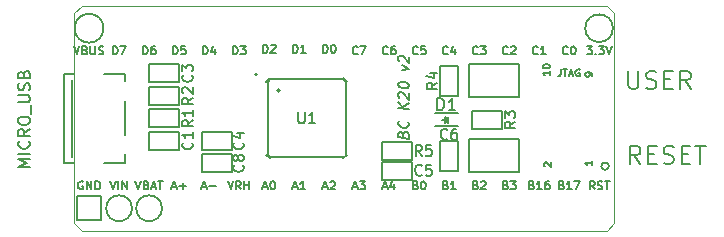
<source format=gto>
G04 #@! TF.FileFunction,Legend,Top*
%FSLAX46Y46*%
G04 Gerber Fmt 4.6, Leading zero omitted, Abs format (unit mm)*
G04 Created by KiCad (PCBNEW 4.0.0-stable) date 03/01/2016 13:37:16*
%MOMM*%
G01*
G04 APERTURE LIST*
%ADD10C,0.150000*%
%ADD11C,0.149860*%
%ADD12C,0.101600*%
%ADD13C,0.203200*%
%ADD14C,0.198120*%
%ADD15C,0.190500*%
%ADD16C,0.127000*%
%ADD17C,0.152400*%
G04 APERTURE END LIST*
D10*
D11*
X13020001Y4193333D02*
X13253334Y3493333D01*
X13486667Y4193333D01*
X14120001Y3493333D02*
X13886667Y3826667D01*
X13720001Y3493333D02*
X13720001Y4193333D01*
X13986667Y4193333D01*
X14053334Y4160000D01*
X14086667Y4126667D01*
X14120001Y4060000D01*
X14120001Y3960000D01*
X14086667Y3893333D01*
X14053334Y3860000D01*
X13986667Y3826667D01*
X13720001Y3826667D01*
X14420001Y3493333D02*
X14420001Y4193333D01*
X14420001Y3860000D02*
X14820001Y3860000D01*
X14820001Y3493333D02*
X14820001Y4193333D01*
X7442495Y1905000D02*
G75*
G03X7442495Y1905000I-1092495J0D01*
G01*
X-13333Y15623333D02*
X220000Y14923333D01*
X453333Y15623333D01*
X920000Y15290000D02*
X1020000Y15256667D01*
X1053333Y15223333D01*
X1086667Y15156667D01*
X1086667Y15056667D01*
X1053333Y14990000D01*
X1020000Y14956667D01*
X953333Y14923333D01*
X686667Y14923333D01*
X686667Y15623333D01*
X920000Y15623333D01*
X986667Y15590000D01*
X1020000Y15556667D01*
X1053333Y15490000D01*
X1053333Y15423333D01*
X1020000Y15356667D01*
X986667Y15323333D01*
X920000Y15290000D01*
X686667Y15290000D01*
X1386667Y15623333D02*
X1386667Y15056667D01*
X1420000Y14990000D01*
X1453333Y14956667D01*
X1520000Y14923333D01*
X1653333Y14923333D01*
X1720000Y14956667D01*
X1753333Y14990000D01*
X1786667Y15056667D01*
X1786667Y15623333D01*
X2086666Y14956667D02*
X2186666Y14923333D01*
X2353333Y14923333D01*
X2420000Y14956667D01*
X2453333Y14990000D01*
X2486666Y15056667D01*
X2486666Y15123333D01*
X2453333Y15190000D01*
X2420000Y15223333D01*
X2353333Y15256667D01*
X2220000Y15290000D01*
X2153333Y15323333D01*
X2120000Y15356667D01*
X2086666Y15423333D01*
X2086666Y15490000D01*
X2120000Y15556667D01*
X2153333Y15590000D01*
X2220000Y15623333D01*
X2386666Y15623333D01*
X2486666Y15590000D01*
X8290000Y3693333D02*
X8623334Y3693333D01*
X8223334Y3493333D02*
X8456667Y4193333D01*
X8690000Y3493333D01*
X8923334Y3760000D02*
X9456667Y3760000D01*
X9190000Y3493333D02*
X9190000Y4026667D01*
X4902495Y1905000D02*
G75*
G03X4902495Y1905000I-1092495J0D01*
G01*
X254000Y889000D02*
X254000Y2921000D01*
X2286000Y889000D02*
X254000Y889000D01*
X2286000Y2921000D02*
X2286000Y889000D01*
X254000Y2921000D02*
X2286000Y2921000D01*
X2491843Y17145000D02*
G75*
G03X2491843Y17145000I-1221843J0D01*
G01*
X3043334Y4193333D02*
X3276667Y3493333D01*
X3510000Y4193333D01*
X3743334Y3493333D02*
X3743334Y4193333D01*
X4076667Y3493333D02*
X4076667Y4193333D01*
X4476667Y3493333D01*
X4476667Y4193333D01*
D12*
X635000Y0D02*
X45085000Y0D01*
X635000Y19050000D02*
X45085000Y19050000D01*
X45720000Y635000D02*
X45085000Y0D01*
X45720000Y18415000D02*
X45720000Y635000D01*
X45085000Y19050000D02*
X45720000Y18415000D01*
X0Y18415000D02*
X635000Y19050000D01*
X0Y635000D02*
X0Y18415000D01*
X635000Y0D02*
X0Y635000D01*
D11*
X44066667Y3493333D02*
X43833333Y3826667D01*
X43666667Y3493333D02*
X43666667Y4193333D01*
X43933333Y4193333D01*
X44000000Y4160000D01*
X44033333Y4126667D01*
X44066667Y4060000D01*
X44066667Y3960000D01*
X44033333Y3893333D01*
X44000000Y3860000D01*
X43933333Y3826667D01*
X43666667Y3826667D01*
X44333333Y3526667D02*
X44433333Y3493333D01*
X44600000Y3493333D01*
X44666667Y3526667D01*
X44700000Y3560000D01*
X44733333Y3626667D01*
X44733333Y3693333D01*
X44700000Y3760000D01*
X44666667Y3793333D01*
X44600000Y3826667D01*
X44466667Y3860000D01*
X44400000Y3893333D01*
X44366667Y3926667D01*
X44333333Y3993333D01*
X44333333Y4060000D01*
X44366667Y4126667D01*
X44400000Y4160000D01*
X44466667Y4193333D01*
X44633333Y4193333D01*
X44733333Y4160000D01*
X44933334Y4193333D02*
X45333334Y4193333D01*
X45133334Y3493333D02*
X45133334Y4193333D01*
X5200001Y4193333D02*
X5433334Y3493333D01*
X5666667Y4193333D01*
X6133334Y3860000D02*
X6233334Y3826667D01*
X6266667Y3793333D01*
X6300001Y3726667D01*
X6300001Y3626667D01*
X6266667Y3560000D01*
X6233334Y3526667D01*
X6166667Y3493333D01*
X5900001Y3493333D01*
X5900001Y4193333D01*
X6133334Y4193333D01*
X6200001Y4160000D01*
X6233334Y4126667D01*
X6266667Y4060000D01*
X6266667Y3993333D01*
X6233334Y3926667D01*
X6200001Y3893333D01*
X6133334Y3860000D01*
X5900001Y3860000D01*
X6566667Y3693333D02*
X6900001Y3693333D01*
X6500001Y3493333D02*
X6733334Y4193333D01*
X6966667Y3493333D01*
X7100001Y4193333D02*
X7500001Y4193333D01*
X7300001Y3493333D02*
X7300001Y4193333D01*
X16010000Y3693333D02*
X16343334Y3693333D01*
X15943334Y3493333D02*
X16176667Y4193333D01*
X16410000Y3493333D01*
X16776667Y4193333D02*
X16843334Y4193333D01*
X16910000Y4160000D01*
X16943334Y4126667D01*
X16976667Y4060000D01*
X17010000Y3926667D01*
X17010000Y3760000D01*
X16976667Y3626667D01*
X16943334Y3560000D01*
X16910000Y3526667D01*
X16843334Y3493333D01*
X16776667Y3493333D01*
X16710000Y3526667D01*
X16676667Y3560000D01*
X16643334Y3626667D01*
X16610000Y3760000D01*
X16610000Y3926667D01*
X16643334Y4060000D01*
X16676667Y4126667D01*
X16710000Y4160000D01*
X16776667Y4193333D01*
X23630000Y3693333D02*
X23963334Y3693333D01*
X23563334Y3493333D02*
X23796667Y4193333D01*
X24030000Y3493333D01*
X24196667Y4193333D02*
X24630000Y4193333D01*
X24396667Y3926667D01*
X24496667Y3926667D01*
X24563334Y3893333D01*
X24596667Y3860000D01*
X24630000Y3793333D01*
X24630000Y3626667D01*
X24596667Y3560000D01*
X24563334Y3526667D01*
X24496667Y3493333D01*
X24296667Y3493333D01*
X24230000Y3526667D01*
X24196667Y3560000D01*
X736667Y4160000D02*
X670001Y4193333D01*
X570001Y4193333D01*
X470001Y4160000D01*
X403334Y4093333D01*
X370001Y4026667D01*
X336667Y3893333D01*
X336667Y3793333D01*
X370001Y3660000D01*
X403334Y3593333D01*
X470001Y3526667D01*
X570001Y3493333D01*
X636667Y3493333D01*
X736667Y3526667D01*
X770001Y3560000D01*
X770001Y3793333D01*
X636667Y3793333D01*
X1070001Y3493333D02*
X1070001Y4193333D01*
X1470001Y3493333D01*
X1470001Y4193333D01*
X1803334Y3493333D02*
X1803334Y4193333D01*
X1970000Y4193333D01*
X2070000Y4160000D01*
X2136667Y4093333D01*
X2170000Y4026667D01*
X2203334Y3893333D01*
X2203334Y3793333D01*
X2170000Y3660000D01*
X2136667Y3593333D01*
X2070000Y3526667D01*
X1970000Y3493333D01*
X1803334Y3493333D01*
X43416667Y15623333D02*
X43850000Y15623333D01*
X43616667Y15356667D01*
X43716667Y15356667D01*
X43783334Y15323333D01*
X43816667Y15290000D01*
X43850000Y15223333D01*
X43850000Y15056667D01*
X43816667Y14990000D01*
X43783334Y14956667D01*
X43716667Y14923333D01*
X43516667Y14923333D01*
X43450000Y14956667D01*
X43416667Y14990000D01*
X44150001Y14990000D02*
X44183334Y14956667D01*
X44150001Y14923333D01*
X44116667Y14956667D01*
X44150001Y14990000D01*
X44150001Y14923333D01*
X44416667Y15623333D02*
X44850000Y15623333D01*
X44616667Y15356667D01*
X44716667Y15356667D01*
X44783334Y15323333D01*
X44816667Y15290000D01*
X44850000Y15223333D01*
X44850000Y15056667D01*
X44816667Y14990000D01*
X44783334Y14956667D01*
X44716667Y14923333D01*
X44516667Y14923333D01*
X44450000Y14956667D01*
X44416667Y14990000D01*
X45050001Y15623333D02*
X45283334Y14923333D01*
X45516667Y15623333D01*
X34006667Y3860000D02*
X34106667Y3826667D01*
X34140000Y3793333D01*
X34173334Y3726667D01*
X34173334Y3626667D01*
X34140000Y3560000D01*
X34106667Y3526667D01*
X34040000Y3493333D01*
X33773334Y3493333D01*
X33773334Y4193333D01*
X34006667Y4193333D01*
X34073334Y4160000D01*
X34106667Y4126667D01*
X34140000Y4060000D01*
X34140000Y3993333D01*
X34106667Y3926667D01*
X34073334Y3893333D01*
X34006667Y3860000D01*
X33773334Y3860000D01*
X34440000Y4126667D02*
X34473334Y4160000D01*
X34540000Y4193333D01*
X34706667Y4193333D01*
X34773334Y4160000D01*
X34806667Y4126667D01*
X34840000Y4060000D01*
X34840000Y3993333D01*
X34806667Y3893333D01*
X34406667Y3493333D01*
X34840000Y3493333D01*
X10830000Y3693333D02*
X11163334Y3693333D01*
X10763334Y3493333D02*
X10996667Y4193333D01*
X11230000Y3493333D01*
X11463334Y3760000D02*
X11996667Y3760000D01*
X39253334Y14990000D02*
X39220000Y14956667D01*
X39120000Y14923333D01*
X39053334Y14923333D01*
X38953334Y14956667D01*
X38886667Y15023333D01*
X38853334Y15090000D01*
X38820000Y15223333D01*
X38820000Y15323333D01*
X38853334Y15456667D01*
X38886667Y15523333D01*
X38953334Y15590000D01*
X39053334Y15623333D01*
X39120000Y15623333D01*
X39220000Y15590000D01*
X39253334Y15556667D01*
X39920000Y14923333D02*
X39520000Y14923333D01*
X39720000Y14923333D02*
X39720000Y15623333D01*
X39653334Y15523333D01*
X39586667Y15456667D01*
X39520000Y15423333D01*
X41293333Y3860000D02*
X41393333Y3826667D01*
X41426666Y3793333D01*
X41460000Y3726667D01*
X41460000Y3626667D01*
X41426666Y3560000D01*
X41393333Y3526667D01*
X41326666Y3493333D01*
X41060000Y3493333D01*
X41060000Y4193333D01*
X41293333Y4193333D01*
X41360000Y4160000D01*
X41393333Y4126667D01*
X41426666Y4060000D01*
X41426666Y3993333D01*
X41393333Y3926667D01*
X41360000Y3893333D01*
X41293333Y3860000D01*
X41060000Y3860000D01*
X42126666Y3493333D02*
X41726666Y3493333D01*
X41926666Y3493333D02*
X41926666Y4193333D01*
X41860000Y4093333D01*
X41793333Y4026667D01*
X41726666Y3993333D01*
X42360000Y4193333D02*
X42826667Y4193333D01*
X42526667Y3493333D01*
X36713334Y14990000D02*
X36680000Y14956667D01*
X36580000Y14923333D01*
X36513334Y14923333D01*
X36413334Y14956667D01*
X36346667Y15023333D01*
X36313334Y15090000D01*
X36280000Y15223333D01*
X36280000Y15323333D01*
X36313334Y15456667D01*
X36346667Y15523333D01*
X36413334Y15590000D01*
X36513334Y15623333D01*
X36580000Y15623333D01*
X36680000Y15590000D01*
X36713334Y15556667D01*
X36980000Y15556667D02*
X37013334Y15590000D01*
X37080000Y15623333D01*
X37246667Y15623333D01*
X37313334Y15590000D01*
X37346667Y15556667D01*
X37380000Y15490000D01*
X37380000Y15423333D01*
X37346667Y15323333D01*
X36946667Y14923333D01*
X37380000Y14923333D01*
X34173334Y14990000D02*
X34140000Y14956667D01*
X34040000Y14923333D01*
X33973334Y14923333D01*
X33873334Y14956667D01*
X33806667Y15023333D01*
X33773334Y15090000D01*
X33740000Y15223333D01*
X33740000Y15323333D01*
X33773334Y15456667D01*
X33806667Y15523333D01*
X33873334Y15590000D01*
X33973334Y15623333D01*
X34040000Y15623333D01*
X34140000Y15590000D01*
X34173334Y15556667D01*
X34406667Y15623333D02*
X34840000Y15623333D01*
X34606667Y15356667D01*
X34706667Y15356667D01*
X34773334Y15323333D01*
X34806667Y15290000D01*
X34840000Y15223333D01*
X34840000Y15056667D01*
X34806667Y14990000D01*
X34773334Y14956667D01*
X34706667Y14923333D01*
X34506667Y14923333D01*
X34440000Y14956667D01*
X34406667Y14990000D01*
X21090000Y3693333D02*
X21423334Y3693333D01*
X21023334Y3493333D02*
X21256667Y4193333D01*
X21490000Y3493333D01*
X21690000Y4126667D02*
X21723334Y4160000D01*
X21790000Y4193333D01*
X21956667Y4193333D01*
X22023334Y4160000D01*
X22056667Y4126667D01*
X22090000Y4060000D01*
X22090000Y3993333D01*
X22056667Y3893333D01*
X21656667Y3493333D01*
X22090000Y3493333D01*
X41793334Y14990000D02*
X41760000Y14956667D01*
X41660000Y14923333D01*
X41593334Y14923333D01*
X41493334Y14956667D01*
X41426667Y15023333D01*
X41393334Y15090000D01*
X41360000Y15223333D01*
X41360000Y15323333D01*
X41393334Y15456667D01*
X41426667Y15523333D01*
X41493334Y15590000D01*
X41593334Y15623333D01*
X41660000Y15623333D01*
X41760000Y15590000D01*
X41793334Y15556667D01*
X42226667Y15623333D02*
X42293334Y15623333D01*
X42360000Y15590000D01*
X42393334Y15556667D01*
X42426667Y15490000D01*
X42460000Y15356667D01*
X42460000Y15190000D01*
X42426667Y15056667D01*
X42393334Y14990000D01*
X42360000Y14956667D01*
X42293334Y14923333D01*
X42226667Y14923333D01*
X42160000Y14956667D01*
X42126667Y14990000D01*
X42093334Y15056667D01*
X42060000Y15190000D01*
X42060000Y15356667D01*
X42093334Y15490000D01*
X42126667Y15556667D01*
X42160000Y15590000D01*
X42226667Y15623333D01*
X38753333Y3860000D02*
X38853333Y3826667D01*
X38886666Y3793333D01*
X38920000Y3726667D01*
X38920000Y3626667D01*
X38886666Y3560000D01*
X38853333Y3526667D01*
X38786666Y3493333D01*
X38520000Y3493333D01*
X38520000Y4193333D01*
X38753333Y4193333D01*
X38820000Y4160000D01*
X38853333Y4126667D01*
X38886666Y4060000D01*
X38886666Y3993333D01*
X38853333Y3926667D01*
X38820000Y3893333D01*
X38753333Y3860000D01*
X38520000Y3860000D01*
X39586666Y3493333D02*
X39186666Y3493333D01*
X39386666Y3493333D02*
X39386666Y4193333D01*
X39320000Y4093333D01*
X39253333Y4026667D01*
X39186666Y3993333D01*
X40186667Y4193333D02*
X40053333Y4193333D01*
X39986667Y4160000D01*
X39953333Y4126667D01*
X39886667Y4026667D01*
X39853333Y3893333D01*
X39853333Y3626667D01*
X39886667Y3560000D01*
X39920000Y3526667D01*
X39986667Y3493333D01*
X40120000Y3493333D01*
X40186667Y3526667D01*
X40220000Y3560000D01*
X40253333Y3626667D01*
X40253333Y3793333D01*
X40220000Y3860000D01*
X40186667Y3893333D01*
X40120000Y3926667D01*
X39986667Y3926667D01*
X39920000Y3893333D01*
X39886667Y3860000D01*
X39853333Y3793333D01*
X36546667Y3860000D02*
X36646667Y3826667D01*
X36680000Y3793333D01*
X36713334Y3726667D01*
X36713334Y3626667D01*
X36680000Y3560000D01*
X36646667Y3526667D01*
X36580000Y3493333D01*
X36313334Y3493333D01*
X36313334Y4193333D01*
X36546667Y4193333D01*
X36613334Y4160000D01*
X36646667Y4126667D01*
X36680000Y4060000D01*
X36680000Y3993333D01*
X36646667Y3926667D01*
X36613334Y3893333D01*
X36546667Y3860000D01*
X36313334Y3860000D01*
X36946667Y4193333D02*
X37380000Y4193333D01*
X37146667Y3926667D01*
X37246667Y3926667D01*
X37313334Y3893333D01*
X37346667Y3860000D01*
X37380000Y3793333D01*
X37380000Y3626667D01*
X37346667Y3560000D01*
X37313334Y3526667D01*
X37246667Y3493333D01*
X37046667Y3493333D01*
X36980000Y3526667D01*
X36946667Y3560000D01*
X31466667Y3860000D02*
X31566667Y3826667D01*
X31600000Y3793333D01*
X31633334Y3726667D01*
X31633334Y3626667D01*
X31600000Y3560000D01*
X31566667Y3526667D01*
X31500000Y3493333D01*
X31233334Y3493333D01*
X31233334Y4193333D01*
X31466667Y4193333D01*
X31533334Y4160000D01*
X31566667Y4126667D01*
X31600000Y4060000D01*
X31600000Y3993333D01*
X31566667Y3926667D01*
X31533334Y3893333D01*
X31466667Y3860000D01*
X31233334Y3860000D01*
X32300000Y3493333D02*
X31900000Y3493333D01*
X32100000Y3493333D02*
X32100000Y4193333D01*
X32033334Y4093333D01*
X31966667Y4026667D01*
X31900000Y3993333D01*
X28926667Y3860000D02*
X29026667Y3826667D01*
X29060000Y3793333D01*
X29093334Y3726667D01*
X29093334Y3626667D01*
X29060000Y3560000D01*
X29026667Y3526667D01*
X28960000Y3493333D01*
X28693334Y3493333D01*
X28693334Y4193333D01*
X28926667Y4193333D01*
X28993334Y4160000D01*
X29026667Y4126667D01*
X29060000Y4060000D01*
X29060000Y3993333D01*
X29026667Y3926667D01*
X28993334Y3893333D01*
X28926667Y3860000D01*
X28693334Y3860000D01*
X29526667Y4193333D02*
X29593334Y4193333D01*
X29660000Y4160000D01*
X29693334Y4126667D01*
X29726667Y4060000D01*
X29760000Y3926667D01*
X29760000Y3760000D01*
X29726667Y3626667D01*
X29693334Y3560000D01*
X29660000Y3526667D01*
X29593334Y3493333D01*
X29526667Y3493333D01*
X29460000Y3526667D01*
X29426667Y3560000D01*
X29393334Y3626667D01*
X29360000Y3760000D01*
X29360000Y3926667D01*
X29393334Y4060000D01*
X29426667Y4126667D01*
X29460000Y4160000D01*
X29526667Y4193333D01*
X26170000Y3693333D02*
X26503334Y3693333D01*
X26103334Y3493333D02*
X26336667Y4193333D01*
X26570000Y3493333D01*
X27103334Y3960000D02*
X27103334Y3493333D01*
X26936667Y4226667D02*
X26770000Y3726667D01*
X27203334Y3726667D01*
X18550000Y3693333D02*
X18883334Y3693333D01*
X18483334Y3493333D02*
X18716667Y4193333D01*
X18950000Y3493333D01*
X19550000Y3493333D02*
X19150000Y3493333D01*
X19350000Y3493333D02*
X19350000Y4193333D01*
X19283334Y4093333D01*
X19216667Y4026667D01*
X19150000Y3993333D01*
X31633334Y14990000D02*
X31600000Y14956667D01*
X31500000Y14923333D01*
X31433334Y14923333D01*
X31333334Y14956667D01*
X31266667Y15023333D01*
X31233334Y15090000D01*
X31200000Y15223333D01*
X31200000Y15323333D01*
X31233334Y15456667D01*
X31266667Y15523333D01*
X31333334Y15590000D01*
X31433334Y15623333D01*
X31500000Y15623333D01*
X31600000Y15590000D01*
X31633334Y15556667D01*
X32233334Y15390000D02*
X32233334Y14923333D01*
X32066667Y15656667D02*
X31900000Y15156667D01*
X32333334Y15156667D01*
X29093334Y14990000D02*
X29060000Y14956667D01*
X28960000Y14923333D01*
X28893334Y14923333D01*
X28793334Y14956667D01*
X28726667Y15023333D01*
X28693334Y15090000D01*
X28660000Y15223333D01*
X28660000Y15323333D01*
X28693334Y15456667D01*
X28726667Y15523333D01*
X28793334Y15590000D01*
X28893334Y15623333D01*
X28960000Y15623333D01*
X29060000Y15590000D01*
X29093334Y15556667D01*
X29726667Y15623333D02*
X29393334Y15623333D01*
X29360000Y15290000D01*
X29393334Y15323333D01*
X29460000Y15356667D01*
X29626667Y15356667D01*
X29693334Y15323333D01*
X29726667Y15290000D01*
X29760000Y15223333D01*
X29760000Y15056667D01*
X29726667Y14990000D01*
X29693334Y14956667D01*
X29626667Y14923333D01*
X29460000Y14923333D01*
X29393334Y14956667D01*
X29360000Y14990000D01*
X26553334Y14990000D02*
X26520000Y14956667D01*
X26420000Y14923333D01*
X26353334Y14923333D01*
X26253334Y14956667D01*
X26186667Y15023333D01*
X26153334Y15090000D01*
X26120000Y15223333D01*
X26120000Y15323333D01*
X26153334Y15456667D01*
X26186667Y15523333D01*
X26253334Y15590000D01*
X26353334Y15623333D01*
X26420000Y15623333D01*
X26520000Y15590000D01*
X26553334Y15556667D01*
X27153334Y15623333D02*
X27020000Y15623333D01*
X26953334Y15590000D01*
X26920000Y15556667D01*
X26853334Y15456667D01*
X26820000Y15323333D01*
X26820000Y15056667D01*
X26853334Y14990000D01*
X26886667Y14956667D01*
X26953334Y14923333D01*
X27086667Y14923333D01*
X27153334Y14956667D01*
X27186667Y14990000D01*
X27220000Y15056667D01*
X27220000Y15223333D01*
X27186667Y15290000D01*
X27153334Y15323333D01*
X27086667Y15356667D01*
X26953334Y15356667D01*
X26886667Y15323333D01*
X26853334Y15290000D01*
X26820000Y15223333D01*
X24013334Y14990000D02*
X23980000Y14956667D01*
X23880000Y14923333D01*
X23813334Y14923333D01*
X23713334Y14956667D01*
X23646667Y15023333D01*
X23613334Y15090000D01*
X23580000Y15223333D01*
X23580000Y15323333D01*
X23613334Y15456667D01*
X23646667Y15523333D01*
X23713334Y15590000D01*
X23813334Y15623333D01*
X23880000Y15623333D01*
X23980000Y15590000D01*
X24013334Y15556667D01*
X24246667Y15623333D02*
X24713334Y15623333D01*
X24413334Y14923333D01*
X21073334Y15050333D02*
X21073334Y15750333D01*
X21240000Y15750333D01*
X21340000Y15717000D01*
X21406667Y15650333D01*
X21440000Y15583667D01*
X21473334Y15450333D01*
X21473334Y15350333D01*
X21440000Y15217000D01*
X21406667Y15150333D01*
X21340000Y15083667D01*
X21240000Y15050333D01*
X21073334Y15050333D01*
X21906667Y15750333D02*
X21973334Y15750333D01*
X22040000Y15717000D01*
X22073334Y15683667D01*
X22106667Y15617000D01*
X22140000Y15483667D01*
X22140000Y15317000D01*
X22106667Y15183667D01*
X22073334Y15117000D01*
X22040000Y15083667D01*
X21973334Y15050333D01*
X21906667Y15050333D01*
X21840000Y15083667D01*
X21806667Y15117000D01*
X21773334Y15183667D01*
X21740000Y15317000D01*
X21740000Y15483667D01*
X21773334Y15617000D01*
X21806667Y15683667D01*
X21840000Y15717000D01*
X21906667Y15750333D01*
X18533334Y15050333D02*
X18533334Y15750333D01*
X18700000Y15750333D01*
X18800000Y15717000D01*
X18866667Y15650333D01*
X18900000Y15583667D01*
X18933334Y15450333D01*
X18933334Y15350333D01*
X18900000Y15217000D01*
X18866667Y15150333D01*
X18800000Y15083667D01*
X18700000Y15050333D01*
X18533334Y15050333D01*
X19600000Y15050333D02*
X19200000Y15050333D01*
X19400000Y15050333D02*
X19400000Y15750333D01*
X19333334Y15650333D01*
X19266667Y15583667D01*
X19200000Y15550333D01*
X15993334Y15050333D02*
X15993334Y15750333D01*
X16160000Y15750333D01*
X16260000Y15717000D01*
X16326667Y15650333D01*
X16360000Y15583667D01*
X16393334Y15450333D01*
X16393334Y15350333D01*
X16360000Y15217000D01*
X16326667Y15150333D01*
X16260000Y15083667D01*
X16160000Y15050333D01*
X15993334Y15050333D01*
X16660000Y15683667D02*
X16693334Y15717000D01*
X16760000Y15750333D01*
X16926667Y15750333D01*
X16993334Y15717000D01*
X17026667Y15683667D01*
X17060000Y15617000D01*
X17060000Y15550333D01*
X17026667Y15450333D01*
X16626667Y15050333D01*
X17060000Y15050333D01*
X13453334Y14923333D02*
X13453334Y15623333D01*
X13620000Y15623333D01*
X13720000Y15590000D01*
X13786667Y15523333D01*
X13820000Y15456667D01*
X13853334Y15323333D01*
X13853334Y15223333D01*
X13820000Y15090000D01*
X13786667Y15023333D01*
X13720000Y14956667D01*
X13620000Y14923333D01*
X13453334Y14923333D01*
X14086667Y15623333D02*
X14520000Y15623333D01*
X14286667Y15356667D01*
X14386667Y15356667D01*
X14453334Y15323333D01*
X14486667Y15290000D01*
X14520000Y15223333D01*
X14520000Y15056667D01*
X14486667Y14990000D01*
X14453334Y14956667D01*
X14386667Y14923333D01*
X14186667Y14923333D01*
X14120000Y14956667D01*
X14086667Y14990000D01*
X10913334Y14923333D02*
X10913334Y15623333D01*
X11080000Y15623333D01*
X11180000Y15590000D01*
X11246667Y15523333D01*
X11280000Y15456667D01*
X11313334Y15323333D01*
X11313334Y15223333D01*
X11280000Y15090000D01*
X11246667Y15023333D01*
X11180000Y14956667D01*
X11080000Y14923333D01*
X10913334Y14923333D01*
X11913334Y15390000D02*
X11913334Y14923333D01*
X11746667Y15656667D02*
X11580000Y15156667D01*
X12013334Y15156667D01*
X8373334Y14923333D02*
X8373334Y15623333D01*
X8540000Y15623333D01*
X8640000Y15590000D01*
X8706667Y15523333D01*
X8740000Y15456667D01*
X8773334Y15323333D01*
X8773334Y15223333D01*
X8740000Y15090000D01*
X8706667Y15023333D01*
X8640000Y14956667D01*
X8540000Y14923333D01*
X8373334Y14923333D01*
X9406667Y15623333D02*
X9073334Y15623333D01*
X9040000Y15290000D01*
X9073334Y15323333D01*
X9140000Y15356667D01*
X9306667Y15356667D01*
X9373334Y15323333D01*
X9406667Y15290000D01*
X9440000Y15223333D01*
X9440000Y15056667D01*
X9406667Y14990000D01*
X9373334Y14956667D01*
X9306667Y14923333D01*
X9140000Y14923333D01*
X9073334Y14956667D01*
X9040000Y14990000D01*
X5833334Y14923333D02*
X5833334Y15623333D01*
X6000000Y15623333D01*
X6100000Y15590000D01*
X6166667Y15523333D01*
X6200000Y15456667D01*
X6233334Y15323333D01*
X6233334Y15223333D01*
X6200000Y15090000D01*
X6166667Y15023333D01*
X6100000Y14956667D01*
X6000000Y14923333D01*
X5833334Y14923333D01*
X6833334Y15623333D02*
X6700000Y15623333D01*
X6633334Y15590000D01*
X6600000Y15556667D01*
X6533334Y15456667D01*
X6500000Y15323333D01*
X6500000Y15056667D01*
X6533334Y14990000D01*
X6566667Y14956667D01*
X6633334Y14923333D01*
X6766667Y14923333D01*
X6833334Y14956667D01*
X6866667Y14990000D01*
X6900000Y15056667D01*
X6900000Y15223333D01*
X6866667Y15290000D01*
X6833334Y15323333D01*
X6766667Y15356667D01*
X6633334Y15356667D01*
X6566667Y15323333D01*
X6533334Y15290000D01*
X6500000Y15223333D01*
X3293334Y14923333D02*
X3293334Y15623333D01*
X3460000Y15623333D01*
X3560000Y15590000D01*
X3626667Y15523333D01*
X3660000Y15456667D01*
X3693334Y15323333D01*
X3693334Y15223333D01*
X3660000Y15090000D01*
X3626667Y15023333D01*
X3560000Y14956667D01*
X3460000Y14923333D01*
X3293334Y14923333D01*
X3926667Y15623333D02*
X4393334Y15623333D01*
X4093334Y14923333D01*
X45620882Y17145000D02*
G75*
G03X45620882Y17145000I-1170882J0D01*
G01*
X27875774Y8163969D02*
X27918591Y8287068D01*
X27961409Y8324532D01*
X28047043Y8356645D01*
X28175494Y8340589D01*
X28261129Y8287067D01*
X28303946Y8238898D01*
X28346763Y8147912D01*
X28346763Y7805375D01*
X27447603Y7917770D01*
X27447603Y8217490D01*
X27490420Y8297772D01*
X27533237Y8335237D01*
X27618871Y8367350D01*
X27704506Y8356645D01*
X27790140Y8303124D01*
X27832957Y8254955D01*
X27875774Y8163969D01*
X27875774Y7864249D01*
X28261129Y9229044D02*
X28303946Y9180875D01*
X28346763Y9047072D01*
X28346763Y8961438D01*
X28303946Y8838338D01*
X28218311Y8763409D01*
X28132677Y8731296D01*
X27961409Y8709887D01*
X27832957Y8725944D01*
X27661689Y8790169D01*
X27576054Y8843691D01*
X27490420Y8940029D01*
X27447603Y9073833D01*
X27447603Y9159467D01*
X27490420Y9282566D01*
X27533237Y9320031D01*
X28346763Y10288769D02*
X27447603Y10401164D01*
X28346763Y10802574D02*
X27832957Y10481446D01*
X27447603Y10914969D02*
X27961409Y10336938D01*
X27533237Y11246803D02*
X27490420Y11294972D01*
X27447603Y11385958D01*
X27447603Y11600044D01*
X27490420Y11680326D01*
X27533237Y11717791D01*
X27618871Y11749904D01*
X27704506Y11739199D01*
X27832957Y11680326D01*
X28346763Y11102294D01*
X28346763Y11658917D01*
X27447603Y12327935D02*
X27447603Y12413570D01*
X27490420Y12493852D01*
X27533237Y12531317D01*
X27618871Y12563430D01*
X27790140Y12584838D01*
X28004226Y12558077D01*
X28175494Y12493852D01*
X28261129Y12440330D01*
X28303946Y12392161D01*
X28346763Y12301175D01*
X28346763Y12215540D01*
X28303946Y12135258D01*
X28261129Y12097793D01*
X28175494Y12065681D01*
X28004226Y12044272D01*
X27790140Y12071033D01*
X27618871Y12135259D01*
X27533237Y12188780D01*
X27490420Y12236949D01*
X27447603Y12327935D01*
X27747323Y13574984D02*
X28346763Y13714140D01*
X27747323Y14003156D01*
X27533237Y14329637D02*
X27490420Y14377806D01*
X27447603Y14468792D01*
X27447603Y14682878D01*
X27490420Y14763160D01*
X27533237Y14800625D01*
X27618871Y14832738D01*
X27704506Y14822033D01*
X27832957Y14763160D01*
X28346763Y14185128D01*
X28346763Y14741751D01*
X16586200Y6225540D02*
X16385540Y6426200D01*
X16385540Y6426200D02*
X16385540Y12623800D01*
X16385540Y12623800D02*
X16586200Y12824460D01*
X16586200Y12824460D02*
X22783800Y12824460D01*
X22783800Y12824460D02*
X22984460Y12623800D01*
X22783800Y6225540D02*
X16586200Y6225540D01*
X22984460Y12623800D02*
X22984460Y6426200D01*
X16586200Y6123940D02*
X16283940Y6426200D01*
X23086060Y6426200D02*
X22783800Y6123940D01*
X22783800Y12926060D02*
X23086060Y12623800D01*
X16586200Y12926060D02*
X16283940Y12623800D01*
D13*
X15491491Y13228320D02*
G75*
G03X15491491Y13228320I-104171J0D01*
G01*
D14*
X17427332Y11874500D02*
G75*
G03X17427332Y11874500I-140092J0D01*
G01*
D11*
X8890000Y6858000D02*
X6350000Y6858000D01*
X6350000Y6858000D02*
X6350000Y8382000D01*
X6350000Y8382000D02*
X8890000Y8382000D01*
X8890000Y8382000D02*
X8890000Y6858000D01*
X8890000Y12573000D02*
X6350000Y12573000D01*
X6350000Y12573000D02*
X6350000Y14097000D01*
X6350000Y14097000D02*
X8890000Y14097000D01*
X8890000Y14097000D02*
X8890000Y12573000D01*
X13335000Y6858000D02*
X10795000Y6858000D01*
X10795000Y6858000D02*
X10795000Y8382000D01*
X10795000Y8382000D02*
X13335000Y8382000D01*
X13335000Y8382000D02*
X13335000Y6858000D01*
X26035000Y5842000D02*
X28575000Y5842000D01*
X28575000Y5842000D02*
X28575000Y4318000D01*
X28575000Y4318000D02*
X26035000Y4318000D01*
X26035000Y4318000D02*
X26035000Y5842000D01*
X30988000Y5080000D02*
X30988000Y7620000D01*
X30988000Y7620000D02*
X32512000Y7620000D01*
X32512000Y7620000D02*
X32512000Y5080000D01*
X32512000Y5080000D02*
X30988000Y5080000D01*
X13335000Y4953000D02*
X10795000Y4953000D01*
X10795000Y4953000D02*
X10795000Y6477000D01*
X10795000Y6477000D02*
X13335000Y6477000D01*
X13335000Y6477000D02*
X13335000Y4953000D01*
D10*
X32469000Y9948000D02*
X30569000Y9948000D01*
X32469000Y8848000D02*
X30569000Y8848000D01*
X31569000Y9398000D02*
X31119000Y9398000D01*
X31619000Y9148000D02*
X31619000Y9648000D01*
X31619000Y9398000D02*
X31369000Y9148000D01*
X31369000Y9148000D02*
X31369000Y9648000D01*
X31369000Y9648000D02*
X31619000Y9398000D01*
D13*
X-180340Y12776200D02*
X-180340Y6273800D01*
X2519680Y5775960D02*
X4320540Y5775960D01*
X4320540Y5775960D02*
X4320540Y6474460D01*
X4320540Y10975340D02*
X4320540Y8125460D01*
X2570480Y13274040D02*
X4320540Y13274040D01*
X4320540Y13274040D02*
X4320540Y12674600D01*
X-878840Y5775960D02*
X-30480Y5775960D01*
X-878840Y5775960D02*
X-878840Y13274040D01*
X-878840Y13274040D02*
X-30480Y13274040D01*
D15*
X45275500Y5461000D02*
G75*
G03X45275500Y5461000I-317500J0D01*
G01*
D11*
X6350000Y10287000D02*
X8890000Y10287000D01*
X8890000Y10287000D02*
X8890000Y8763000D01*
X8890000Y8763000D02*
X6350000Y8763000D01*
X6350000Y8763000D02*
X6350000Y10287000D01*
X6350000Y12192000D02*
X8890000Y12192000D01*
X8890000Y12192000D02*
X8890000Y10668000D01*
X8890000Y10668000D02*
X6350000Y10668000D01*
X6350000Y10668000D02*
X6350000Y12192000D01*
X33655000Y10160000D02*
X36195000Y10160000D01*
X36195000Y10160000D02*
X36195000Y8636000D01*
X36195000Y8636000D02*
X33655000Y8636000D01*
X33655000Y8636000D02*
X33655000Y10160000D01*
X32512000Y13970000D02*
X32512000Y11430000D01*
X32512000Y11430000D02*
X30988000Y11430000D01*
X30988000Y11430000D02*
X30988000Y13970000D01*
X30988000Y13970000D02*
X32512000Y13970000D01*
X26035000Y7493000D02*
X28575000Y7493000D01*
X28575000Y7493000D02*
X28575000Y5969000D01*
X28575000Y5969000D02*
X26035000Y5969000D01*
X26035000Y5969000D02*
X26035000Y7493000D01*
D10*
X37660000Y4950000D02*
X37660000Y7750000D01*
X37660000Y7750000D02*
X33460000Y7750000D01*
X33460000Y7750000D02*
X33460000Y4950000D01*
X37660000Y4950000D02*
X33460000Y4950000D01*
X33460000Y14100000D02*
X33460000Y11300000D01*
X33460000Y11300000D02*
X37660000Y11300000D01*
X37660000Y11300000D02*
X37660000Y14100000D01*
X33460000Y14100000D02*
X37660000Y14100000D01*
D11*
X18999926Y10017397D02*
X18999926Y9289506D01*
X19042743Y9203871D01*
X19085560Y9161054D01*
X19171194Y9118237D01*
X19342463Y9118237D01*
X19428097Y9161054D01*
X19470914Y9203871D01*
X19513731Y9289506D01*
X19513731Y10017397D01*
X20412891Y9118237D02*
X19899086Y9118237D01*
X20155988Y9118237D02*
X20155988Y10017397D01*
X20070354Y9888946D01*
X19984720Y9803311D01*
X19899086Y9760494D01*
X9973129Y7470140D02*
X10015946Y7427323D01*
X10058763Y7298872D01*
X10058763Y7213238D01*
X10015946Y7084786D01*
X9930311Y6999152D01*
X9844677Y6956335D01*
X9673409Y6913518D01*
X9544957Y6913518D01*
X9373689Y6956335D01*
X9288054Y6999152D01*
X9202420Y7084786D01*
X9159603Y7213238D01*
X9159603Y7298872D01*
X9202420Y7427323D01*
X9245237Y7470140D01*
X10058763Y8326483D02*
X10058763Y7812678D01*
X10058763Y8069580D02*
X9159603Y8069580D01*
X9288054Y7983946D01*
X9373689Y7898312D01*
X9416506Y7812678D01*
X9973129Y13185140D02*
X10015946Y13142323D01*
X10058763Y13013872D01*
X10058763Y12928238D01*
X10015946Y12799786D01*
X9930311Y12714152D01*
X9844677Y12671335D01*
X9673409Y12628518D01*
X9544957Y12628518D01*
X9373689Y12671335D01*
X9288054Y12714152D01*
X9202420Y12799786D01*
X9159603Y12928238D01*
X9159603Y13013872D01*
X9202420Y13142323D01*
X9245237Y13185140D01*
X9159603Y13484860D02*
X9159603Y14041483D01*
X9502140Y13741763D01*
X9502140Y13870215D01*
X9544957Y13955849D01*
X9587774Y13998666D01*
X9673409Y14041483D01*
X9887494Y14041483D01*
X9973129Y13998666D01*
X10015946Y13955849D01*
X10058763Y13870215D01*
X10058763Y13613312D01*
X10015946Y13527678D01*
X9973129Y13484860D01*
X14291129Y7470140D02*
X14333946Y7427323D01*
X14376763Y7298872D01*
X14376763Y7213238D01*
X14333946Y7084786D01*
X14248311Y6999152D01*
X14162677Y6956335D01*
X13991409Y6913518D01*
X13862957Y6913518D01*
X13691689Y6956335D01*
X13606054Y6999152D01*
X13520420Y7084786D01*
X13477603Y7213238D01*
X13477603Y7298872D01*
X13520420Y7427323D01*
X13563237Y7470140D01*
X13777323Y8240849D02*
X14376763Y8240849D01*
X13434786Y8026763D02*
X14077043Y7812678D01*
X14077043Y8369300D01*
X29441140Y4758871D02*
X29398323Y4716054D01*
X29269872Y4673237D01*
X29184238Y4673237D01*
X29055786Y4716054D01*
X28970152Y4801689D01*
X28927335Y4887323D01*
X28884518Y5058591D01*
X28884518Y5187043D01*
X28927335Y5358311D01*
X28970152Y5443946D01*
X29055786Y5529580D01*
X29184238Y5572397D01*
X29269872Y5572397D01*
X29398323Y5529580D01*
X29441140Y5486763D01*
X30254666Y5572397D02*
X29826495Y5572397D01*
X29783678Y5144226D01*
X29826495Y5187043D01*
X29912129Y5229860D01*
X30126215Y5229860D01*
X30211849Y5187043D01*
X30254666Y5144226D01*
X30297483Y5058591D01*
X30297483Y4844506D01*
X30254666Y4758871D01*
X30211849Y4716054D01*
X30126215Y4673237D01*
X29912129Y4673237D01*
X29826495Y4716054D01*
X29783678Y4758871D01*
X31600140Y7806871D02*
X31557323Y7764054D01*
X31428872Y7721237D01*
X31343238Y7721237D01*
X31214786Y7764054D01*
X31129152Y7849689D01*
X31086335Y7935323D01*
X31043518Y8106591D01*
X31043518Y8235043D01*
X31086335Y8406311D01*
X31129152Y8491946D01*
X31214786Y8577580D01*
X31343238Y8620397D01*
X31428872Y8620397D01*
X31557323Y8577580D01*
X31600140Y8534763D01*
X32370849Y8620397D02*
X32199580Y8620397D01*
X32113946Y8577580D01*
X32071129Y8534763D01*
X31985495Y8406311D01*
X31942678Y8235043D01*
X31942678Y7892506D01*
X31985495Y7806871D01*
X32028312Y7764054D01*
X32113946Y7721237D01*
X32285215Y7721237D01*
X32370849Y7764054D01*
X32413666Y7806871D01*
X32456483Y7892506D01*
X32456483Y8106591D01*
X32413666Y8192226D01*
X32370849Y8235043D01*
X32285215Y8277860D01*
X32113946Y8277860D01*
X32028312Y8235043D01*
X31985495Y8192226D01*
X31942678Y8106591D01*
X14291129Y5565140D02*
X14333946Y5522323D01*
X14376763Y5393872D01*
X14376763Y5308238D01*
X14333946Y5179786D01*
X14248311Y5094152D01*
X14162677Y5051335D01*
X13991409Y5008518D01*
X13862957Y5008518D01*
X13691689Y5051335D01*
X13606054Y5094152D01*
X13520420Y5179786D01*
X13477603Y5308238D01*
X13477603Y5393872D01*
X13520420Y5522323D01*
X13563237Y5565140D01*
X13862957Y6078946D02*
X13820140Y5993312D01*
X13777323Y5950495D01*
X13691689Y5907678D01*
X13648871Y5907678D01*
X13563237Y5950495D01*
X13520420Y5993312D01*
X13477603Y6078946D01*
X13477603Y6250215D01*
X13520420Y6335849D01*
X13563237Y6378666D01*
X13648871Y6421483D01*
X13691689Y6421483D01*
X13777323Y6378666D01*
X13820140Y6335849D01*
X13862957Y6250215D01*
X13862957Y6078946D01*
X13905774Y5993312D01*
X13948591Y5950495D01*
X14034226Y5907678D01*
X14205494Y5907678D01*
X14291129Y5950495D01*
X14333946Y5993312D01*
X14376763Y6078946D01*
X14376763Y6250215D01*
X14333946Y6335849D01*
X14291129Y6378666D01*
X14205494Y6421483D01*
X14034226Y6421483D01*
X13948591Y6378666D01*
X13905774Y6335849D01*
X13862957Y6250215D01*
D10*
X30757905Y10215619D02*
X30757905Y11215619D01*
X30996000Y11215619D01*
X31138858Y11168000D01*
X31234096Y11072762D01*
X31281715Y10977524D01*
X31329334Y10787048D01*
X31329334Y10644190D01*
X31281715Y10453714D01*
X31234096Y10358476D01*
X31138858Y10263238D01*
X30996000Y10215619D01*
X30757905Y10215619D01*
X32281715Y10215619D02*
X31710286Y10215619D01*
X31996000Y10215619D02*
X31996000Y11215619D01*
X31900762Y11072762D01*
X31805524Y10977524D01*
X31710286Y10929905D01*
D16*
X-3731381Y5358191D02*
X-4747381Y5358191D01*
X-4021667Y5696857D01*
X-4747381Y6035524D01*
X-3731381Y6035524D01*
X-3731381Y6519334D02*
X-4747381Y6519334D01*
X-3828143Y7583715D02*
X-3779762Y7535334D01*
X-3731381Y7390191D01*
X-3731381Y7293429D01*
X-3779762Y7148287D01*
X-3876524Y7051525D01*
X-3973286Y7003144D01*
X-4166810Y6954763D01*
X-4311952Y6954763D01*
X-4505476Y7003144D01*
X-4602238Y7051525D01*
X-4699000Y7148287D01*
X-4747381Y7293429D01*
X-4747381Y7390191D01*
X-4699000Y7535334D01*
X-4650619Y7583715D01*
X-3731381Y8599715D02*
X-4215190Y8261049D01*
X-3731381Y8019144D02*
X-4747381Y8019144D01*
X-4747381Y8406191D01*
X-4699000Y8502953D01*
X-4650619Y8551334D01*
X-4553857Y8599715D01*
X-4408714Y8599715D01*
X-4311952Y8551334D01*
X-4263571Y8502953D01*
X-4215190Y8406191D01*
X-4215190Y8019144D01*
X-4747381Y9228668D02*
X-4747381Y9422191D01*
X-4699000Y9518953D01*
X-4602238Y9615715D01*
X-4408714Y9664096D01*
X-4070048Y9664096D01*
X-3876524Y9615715D01*
X-3779762Y9518953D01*
X-3731381Y9422191D01*
X-3731381Y9228668D01*
X-3779762Y9131906D01*
X-3876524Y9035144D01*
X-4070048Y8986763D01*
X-4408714Y8986763D01*
X-4602238Y9035144D01*
X-4699000Y9131906D01*
X-4747381Y9228668D01*
X-3634619Y9857620D02*
X-3634619Y10631715D01*
X-4747381Y10873620D02*
X-3924905Y10873620D01*
X-3828143Y10922001D01*
X-3779762Y10970382D01*
X-3731381Y11067144D01*
X-3731381Y11260667D01*
X-3779762Y11357429D01*
X-3828143Y11405810D01*
X-3924905Y11454191D01*
X-4747381Y11454191D01*
X-3779762Y11889620D02*
X-3731381Y12034763D01*
X-3731381Y12276667D01*
X-3779762Y12373429D01*
X-3828143Y12421810D01*
X-3924905Y12470191D01*
X-4021667Y12470191D01*
X-4118429Y12421810D01*
X-4166810Y12373429D01*
X-4215190Y12276667D01*
X-4263571Y12083144D01*
X-4311952Y11986382D01*
X-4360333Y11938001D01*
X-4457095Y11889620D01*
X-4553857Y11889620D01*
X-4650619Y11938001D01*
X-4699000Y11986382D01*
X-4747381Y12083144D01*
X-4747381Y12325048D01*
X-4699000Y12470191D01*
X-4263571Y13244286D02*
X-4215190Y13389429D01*
X-4166810Y13437810D01*
X-4070048Y13486191D01*
X-3924905Y13486191D01*
X-3828143Y13437810D01*
X-3779762Y13389429D01*
X-3731381Y13292667D01*
X-3731381Y12905620D01*
X-4747381Y12905620D01*
X-4747381Y13244286D01*
X-4699000Y13341048D01*
X-4650619Y13389429D01*
X-4553857Y13437810D01*
X-4457095Y13437810D01*
X-4360333Y13389429D01*
X-4311952Y13341048D01*
X-4263571Y13244286D01*
X-4263571Y12905620D01*
D17*
X41198800Y13668829D02*
X41198800Y13233400D01*
X41169772Y13146314D01*
X41111715Y13088257D01*
X41024629Y13059229D01*
X40966572Y13059229D01*
X41402000Y13668829D02*
X41750343Y13668829D01*
X41576172Y13059229D02*
X41576172Y13668829D01*
X41924514Y13233400D02*
X42214800Y13233400D01*
X41866457Y13059229D02*
X42069657Y13668829D01*
X42272857Y13059229D01*
X42795371Y13639800D02*
X42737314Y13668829D01*
X42650228Y13668829D01*
X42563143Y13639800D01*
X42505085Y13581743D01*
X42476057Y13523686D01*
X42447028Y13407571D01*
X42447028Y13320486D01*
X42476057Y13204371D01*
X42505085Y13146314D01*
X42563143Y13088257D01*
X42650228Y13059229D01*
X42708285Y13059229D01*
X42795371Y13088257D01*
X42824400Y13117286D01*
X42824400Y13320486D01*
X42708285Y13320486D01*
X40285851Y13508446D02*
X40285851Y13160103D01*
X40285851Y13334275D02*
X39676251Y13334275D01*
X39763337Y13276218D01*
X39821394Y13218160D01*
X39850423Y13160103D01*
X39676251Y13885817D02*
X39676251Y13943874D01*
X39705280Y14001931D01*
X39734309Y14030960D01*
X39792366Y14059989D01*
X39908480Y14089017D01*
X40053623Y14089017D01*
X40169737Y14059989D01*
X40227794Y14030960D01*
X40256823Y14001931D01*
X40285851Y13943874D01*
X40285851Y13885817D01*
X40256823Y13827760D01*
X40227794Y13798731D01*
X40169737Y13769703D01*
X40053623Y13740674D01*
X39908480Y13740674D01*
X39792366Y13769703D01*
X39734309Y13798731D01*
X39705280Y13827760D01*
X39676251Y13885817D01*
X43885031Y13109666D02*
X43885031Y13225781D01*
X43856003Y13283838D01*
X43826974Y13312866D01*
X43739889Y13370924D01*
X43623774Y13399952D01*
X43391546Y13399952D01*
X43333489Y13370924D01*
X43304460Y13341895D01*
X43275431Y13283838D01*
X43275431Y13167724D01*
X43304460Y13109666D01*
X43333489Y13080638D01*
X43391546Y13051609D01*
X43536689Y13051609D01*
X43594746Y13080638D01*
X43623774Y13109666D01*
X43652803Y13167724D01*
X43652803Y13283838D01*
X43623774Y13341895D01*
X43594746Y13370924D01*
X43536689Y13399952D01*
X39833369Y5451929D02*
X39804340Y5480958D01*
X39775311Y5539015D01*
X39775311Y5684158D01*
X39804340Y5742215D01*
X39833369Y5771244D01*
X39891426Y5800272D01*
X39949483Y5800272D01*
X40036569Y5771244D01*
X40384911Y5422901D01*
X40384911Y5800272D01*
X43885031Y5899332D02*
X43885031Y5550989D01*
X43885031Y5725161D02*
X43275431Y5725161D01*
X43362517Y5667104D01*
X43420574Y5609046D01*
X43449603Y5550989D01*
D11*
X10058763Y9375140D02*
X9630591Y9075420D01*
X10058763Y8861335D02*
X9159603Y8861335D01*
X9159603Y9203872D01*
X9202420Y9289506D01*
X9245237Y9332323D01*
X9330871Y9375140D01*
X9459323Y9375140D01*
X9544957Y9332323D01*
X9587774Y9289506D01*
X9630591Y9203872D01*
X9630591Y8861335D01*
X10058763Y10231483D02*
X10058763Y9717678D01*
X10058763Y9974580D02*
X9159603Y9974580D01*
X9288054Y9888946D01*
X9373689Y9803312D01*
X9416506Y9717678D01*
X10058763Y11280140D02*
X9630591Y10980420D01*
X10058763Y10766335D02*
X9159603Y10766335D01*
X9159603Y11108872D01*
X9202420Y11194506D01*
X9245237Y11237323D01*
X9330871Y11280140D01*
X9459323Y11280140D01*
X9544957Y11237323D01*
X9587774Y11194506D01*
X9630591Y11108872D01*
X9630591Y10766335D01*
X9245237Y11622678D02*
X9202420Y11665495D01*
X9159603Y11751129D01*
X9159603Y11965215D01*
X9202420Y12050849D01*
X9245237Y12093666D01*
X9330871Y12136483D01*
X9416506Y12136483D01*
X9544957Y12093666D01*
X10058763Y11579860D01*
X10058763Y12136483D01*
X37363763Y9248140D02*
X36935591Y8948420D01*
X37363763Y8734335D02*
X36464603Y8734335D01*
X36464603Y9076872D01*
X36507420Y9162506D01*
X36550237Y9205323D01*
X36635871Y9248140D01*
X36764323Y9248140D01*
X36849957Y9205323D01*
X36892774Y9162506D01*
X36935591Y9076872D01*
X36935591Y8734335D01*
X36464603Y9547860D02*
X36464603Y10104483D01*
X36807140Y9804763D01*
X36807140Y9933215D01*
X36849957Y10018849D01*
X36892774Y10061666D01*
X36978409Y10104483D01*
X37192494Y10104483D01*
X37278129Y10061666D01*
X37320946Y10018849D01*
X37363763Y9933215D01*
X37363763Y9676312D01*
X37320946Y9590678D01*
X37278129Y9547860D01*
X30759763Y12550140D02*
X30331591Y12250420D01*
X30759763Y12036335D02*
X29860603Y12036335D01*
X29860603Y12378872D01*
X29903420Y12464506D01*
X29946237Y12507323D01*
X30031871Y12550140D01*
X30160323Y12550140D01*
X30245957Y12507323D01*
X30288774Y12464506D01*
X30331591Y12378872D01*
X30331591Y12036335D01*
X30160323Y13320849D02*
X30759763Y13320849D01*
X29817786Y13106763D02*
X30460043Y12892678D01*
X30460043Y13449300D01*
X29441140Y6324237D02*
X29141420Y6752409D01*
X28927335Y6324237D02*
X28927335Y7223397D01*
X29269872Y7223397D01*
X29355506Y7180580D01*
X29398323Y7137763D01*
X29441140Y7052129D01*
X29441140Y6923677D01*
X29398323Y6838043D01*
X29355506Y6795226D01*
X29269872Y6752409D01*
X28927335Y6752409D01*
X30254666Y7223397D02*
X29826495Y7223397D01*
X29783678Y6795226D01*
X29826495Y6838043D01*
X29912129Y6880860D01*
X30126215Y6880860D01*
X30211849Y6838043D01*
X30254666Y6795226D01*
X30297483Y6709591D01*
X30297483Y6495506D01*
X30254666Y6409871D01*
X30211849Y6367054D01*
X30126215Y6324237D01*
X29912129Y6324237D01*
X29826495Y6367054D01*
X29783678Y6409871D01*
D13*
X47951571Y5660571D02*
X47443571Y6386286D01*
X47080714Y5660571D02*
X47080714Y7184571D01*
X47661286Y7184571D01*
X47806428Y7112000D01*
X47879000Y7039429D01*
X47951571Y6894286D01*
X47951571Y6676571D01*
X47879000Y6531429D01*
X47806428Y6458857D01*
X47661286Y6386286D01*
X47080714Y6386286D01*
X48604714Y6458857D02*
X49112714Y6458857D01*
X49330428Y5660571D02*
X48604714Y5660571D01*
X48604714Y7184571D01*
X49330428Y7184571D01*
X49911000Y5733143D02*
X50128714Y5660571D01*
X50491571Y5660571D01*
X50636714Y5733143D01*
X50709285Y5805714D01*
X50781857Y5950857D01*
X50781857Y6096000D01*
X50709285Y6241143D01*
X50636714Y6313714D01*
X50491571Y6386286D01*
X50201285Y6458857D01*
X50056143Y6531429D01*
X49983571Y6604000D01*
X49911000Y6749143D01*
X49911000Y6894286D01*
X49983571Y7039429D01*
X50056143Y7112000D01*
X50201285Y7184571D01*
X50564143Y7184571D01*
X50781857Y7112000D01*
X51435000Y6458857D02*
X51943000Y6458857D01*
X52160714Y5660571D02*
X51435000Y5660571D01*
X51435000Y7184571D01*
X52160714Y7184571D01*
X52596143Y7184571D02*
X53467000Y7184571D01*
X53031571Y5660571D02*
X53031571Y7184571D01*
X46917429Y13534571D02*
X46917429Y12300857D01*
X46990001Y12155714D01*
X47062572Y12083143D01*
X47207715Y12010571D01*
X47498001Y12010571D01*
X47643143Y12083143D01*
X47715715Y12155714D01*
X47788286Y12300857D01*
X47788286Y13534571D01*
X48441429Y12083143D02*
X48659143Y12010571D01*
X49022000Y12010571D01*
X49167143Y12083143D01*
X49239714Y12155714D01*
X49312286Y12300857D01*
X49312286Y12446000D01*
X49239714Y12591143D01*
X49167143Y12663714D01*
X49022000Y12736286D01*
X48731714Y12808857D01*
X48586572Y12881429D01*
X48514000Y12954000D01*
X48441429Y13099143D01*
X48441429Y13244286D01*
X48514000Y13389429D01*
X48586572Y13462000D01*
X48731714Y13534571D01*
X49094572Y13534571D01*
X49312286Y13462000D01*
X49965429Y12808857D02*
X50473429Y12808857D01*
X50691143Y12010571D02*
X49965429Y12010571D01*
X49965429Y13534571D01*
X50691143Y13534571D01*
X52215143Y12010571D02*
X51707143Y12736286D01*
X51344286Y12010571D02*
X51344286Y13534571D01*
X51924858Y13534571D01*
X52070000Y13462000D01*
X52142572Y13389429D01*
X52215143Y13244286D01*
X52215143Y13026571D01*
X52142572Y12881429D01*
X52070000Y12808857D01*
X51924858Y12736286D01*
X51344286Y12736286D01*
M02*

</source>
